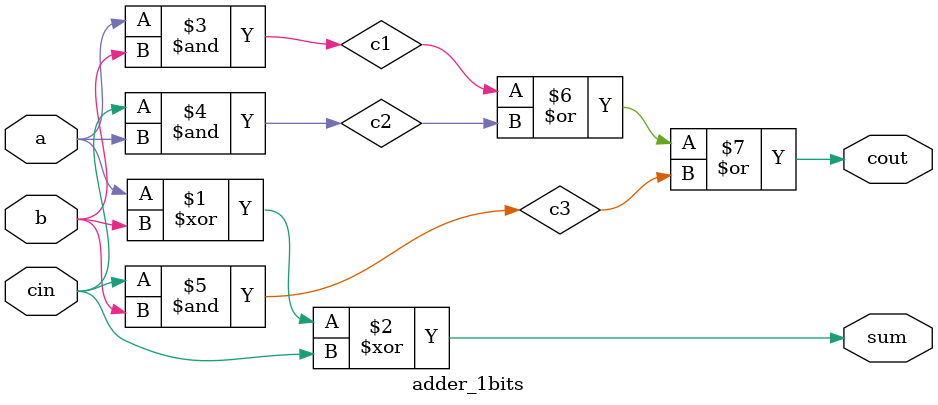
<source format=v>
/*
//  A 4-bits Full Adder
//  Design method: gate-level
//  input: 4-bits augend (a),
//         4-bits addend (b), 
//         1-bits carry-in
//  output: 4-bits sum,
//         1-bits carry-out         
*/

module add #(parameter N = 4) (input [N - 1:0] a, input [N - 1:0] b, input cin,  output [N - 1:0] sum, output cout);
   
    wire [N - 1:0] carry_chain;

    genvar i;
    generate
        for (i = 0; i < N; i = i + 1) begin : adder_chain
            if (i == 0) begin
                (* keep_hierarchy = "yes" *)adder_1bits u_add1 (
                    .a(a[i]),
                    .b(b[i]),
                    .cin(cin),
                    .sum(sum[i]),
                    .cout(carry_chain[i])
                );
            end else begin
                (* keep_hierarchy = "yes" *)adder_1bits u_add1 (
                    .a(a[i]),
                    .b(b[i]),
                    .cin(carry_chain[i-1]),
                    .sum(sum[i]),
                    .cout(carry_chain[i])
                );
            end
        end
    endgenerate

    assign cout = carry_chain[N - 1];
   
endmodule

module adder_1bits (input a, input b, input cin, output sum, output cout);
    wire c1, c2, c3;

    // sum
    xor g1(sum, a, b, cin);
    
    // carry
    and g2(c1, a, b);
    and g3(c2, cin, a);
    and g4(c3, cin, b);
    or  g5(cout, c1, c2, c3);
endmodule

</source>
